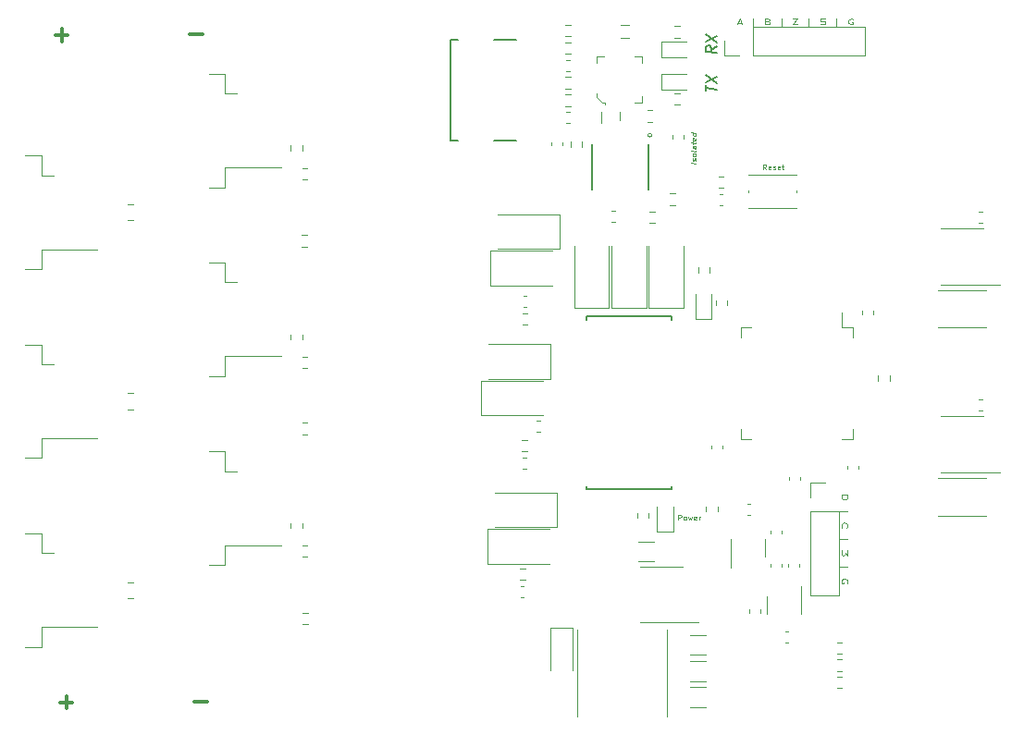
<source format=gbr>
%TF.GenerationSoftware,KiCad,Pcbnew,(5.1.8)-1*%
%TF.CreationDate,2021-01-30T00:08:38-08:00*%
%TF.ProjectId,MicroMotor,4d696372-6f4d-46f7-946f-722e6b696361,rev?*%
%TF.SameCoordinates,Original*%
%TF.FileFunction,Legend,Top*%
%TF.FilePolarity,Positive*%
%FSLAX46Y46*%
G04 Gerber Fmt 4.6, Leading zero omitted, Abs format (unit mm)*
G04 Created by KiCad (PCBNEW (5.1.8)-1) date 2021-01-30 00:08:38*
%MOMM*%
%LPD*%
G01*
G04 APERTURE LIST*
%ADD10C,0.300000*%
%ADD11C,0.100000*%
%ADD12C,0.120000*%
%ADD13C,0.150000*%
%ADD14C,0.152400*%
G04 APERTURE END LIST*
D10*
X113688571Y-125847142D02*
X114831428Y-125847142D01*
X114260000Y-126418571D02*
X114260000Y-125275714D01*
X126013571Y-125797142D02*
X127156428Y-125797142D01*
X125588571Y-64697142D02*
X126731428Y-64697142D01*
X113263571Y-64747142D02*
X114406428Y-64747142D01*
X113835000Y-65318571D02*
X113835000Y-64175714D01*
D11*
X171901190Y-76491071D02*
X171401190Y-76428571D01*
X171877380Y-76273809D02*
X171901190Y-76229166D01*
X171901190Y-76133928D01*
X171877380Y-76083333D01*
X171829761Y-76053571D01*
X171805952Y-76050595D01*
X171758333Y-76068452D01*
X171734523Y-76113095D01*
X171734523Y-76184523D01*
X171710714Y-76229166D01*
X171663095Y-76247023D01*
X171639285Y-76244047D01*
X171591666Y-76214285D01*
X171567857Y-76163690D01*
X171567857Y-76092261D01*
X171591666Y-76047619D01*
X171901190Y-75776785D02*
X171877380Y-75821428D01*
X171853571Y-75842261D01*
X171805952Y-75860119D01*
X171663095Y-75842261D01*
X171615476Y-75812500D01*
X171591666Y-75785714D01*
X171567857Y-75735119D01*
X171567857Y-75663690D01*
X171591666Y-75619047D01*
X171615476Y-75598214D01*
X171663095Y-75580357D01*
X171805952Y-75598214D01*
X171853571Y-75627976D01*
X171877380Y-75654761D01*
X171901190Y-75705357D01*
X171901190Y-75776785D01*
X171901190Y-75324404D02*
X171877380Y-75369047D01*
X171829761Y-75386904D01*
X171401190Y-75333333D01*
X171901190Y-74919642D02*
X171639285Y-74886904D01*
X171591666Y-74904761D01*
X171567857Y-74949404D01*
X171567857Y-75044642D01*
X171591666Y-75095238D01*
X171877380Y-74916666D02*
X171901190Y-74967261D01*
X171901190Y-75086309D01*
X171877380Y-75130952D01*
X171829761Y-75148809D01*
X171782142Y-75142857D01*
X171734523Y-75113095D01*
X171710714Y-75062500D01*
X171710714Y-74943452D01*
X171686904Y-74892857D01*
X171567857Y-74711309D02*
X171567857Y-74520833D01*
X171401190Y-74619047D02*
X171829761Y-74672619D01*
X171877380Y-74654761D01*
X171901190Y-74610119D01*
X171901190Y-74562500D01*
X171877380Y-74202380D02*
X171901190Y-74252976D01*
X171901190Y-74348214D01*
X171877380Y-74392857D01*
X171829761Y-74410714D01*
X171639285Y-74386904D01*
X171591666Y-74357142D01*
X171567857Y-74306547D01*
X171567857Y-74211309D01*
X171591666Y-74166666D01*
X171639285Y-74148809D01*
X171686904Y-74154761D01*
X171734523Y-74398809D01*
X171901190Y-73752976D02*
X171401190Y-73690476D01*
X171877380Y-73750000D02*
X171901190Y-73800595D01*
X171901190Y-73895833D01*
X171877380Y-73940476D01*
X171853571Y-73961309D01*
X171805952Y-73979166D01*
X171663095Y-73961309D01*
X171615476Y-73931547D01*
X171591666Y-73904761D01*
X171567857Y-73854166D01*
X171567857Y-73758928D01*
X171591666Y-73714285D01*
X178330952Y-77076190D02*
X178164285Y-76838095D01*
X178045238Y-77076190D02*
X178045238Y-76576190D01*
X178235714Y-76576190D01*
X178283333Y-76600000D01*
X178307142Y-76623809D01*
X178330952Y-76671428D01*
X178330952Y-76742857D01*
X178307142Y-76790476D01*
X178283333Y-76814285D01*
X178235714Y-76838095D01*
X178045238Y-76838095D01*
X178735714Y-77052380D02*
X178688095Y-77076190D01*
X178592857Y-77076190D01*
X178545238Y-77052380D01*
X178521428Y-77004761D01*
X178521428Y-76814285D01*
X178545238Y-76766666D01*
X178592857Y-76742857D01*
X178688095Y-76742857D01*
X178735714Y-76766666D01*
X178759523Y-76814285D01*
X178759523Y-76861904D01*
X178521428Y-76909523D01*
X178950000Y-77052380D02*
X178997619Y-77076190D01*
X179092857Y-77076190D01*
X179140476Y-77052380D01*
X179164285Y-77004761D01*
X179164285Y-76980952D01*
X179140476Y-76933333D01*
X179092857Y-76909523D01*
X179021428Y-76909523D01*
X178973809Y-76885714D01*
X178950000Y-76838095D01*
X178950000Y-76814285D01*
X178973809Y-76766666D01*
X179021428Y-76742857D01*
X179092857Y-76742857D01*
X179140476Y-76766666D01*
X179569047Y-77052380D02*
X179521428Y-77076190D01*
X179426190Y-77076190D01*
X179378571Y-77052380D01*
X179354761Y-77004761D01*
X179354761Y-76814285D01*
X179378571Y-76766666D01*
X179426190Y-76742857D01*
X179521428Y-76742857D01*
X179569047Y-76766666D01*
X179592857Y-76814285D01*
X179592857Y-76861904D01*
X179354761Y-76909523D01*
X179735714Y-76742857D02*
X179926190Y-76742857D01*
X179807142Y-76576190D02*
X179807142Y-77004761D01*
X179830952Y-77052380D01*
X179878571Y-77076190D01*
X179926190Y-77076190D01*
X185228809Y-106881190D02*
X185728809Y-106881190D01*
X185728809Y-107057380D01*
X185705000Y-107163095D01*
X185657380Y-107233571D01*
X185609761Y-107268809D01*
X185514523Y-107304047D01*
X185443095Y-107304047D01*
X185347857Y-107268809D01*
X185300238Y-107233571D01*
X185252619Y-107163095D01*
X185228809Y-107057380D01*
X185228809Y-106881190D01*
X185062142Y-108361190D02*
X185776428Y-108361190D01*
X185276428Y-109876428D02*
X185252619Y-109841190D01*
X185228809Y-109735476D01*
X185228809Y-109665000D01*
X185252619Y-109559285D01*
X185300238Y-109488809D01*
X185347857Y-109453571D01*
X185443095Y-109418333D01*
X185514523Y-109418333D01*
X185609761Y-109453571D01*
X185657380Y-109488809D01*
X185705000Y-109559285D01*
X185728809Y-109665000D01*
X185728809Y-109735476D01*
X185705000Y-109841190D01*
X185681190Y-109876428D01*
X185062142Y-110933571D02*
X185776428Y-110933571D01*
X185728809Y-111955476D02*
X185728809Y-112413571D01*
X185538333Y-112166904D01*
X185538333Y-112272619D01*
X185514523Y-112343095D01*
X185490714Y-112378333D01*
X185443095Y-112413571D01*
X185324047Y-112413571D01*
X185276428Y-112378333D01*
X185252619Y-112343095D01*
X185228809Y-112272619D01*
X185228809Y-112061190D01*
X185252619Y-111990714D01*
X185276428Y-111955476D01*
X185062142Y-113470714D02*
X185776428Y-113470714D01*
X185705000Y-114950714D02*
X185728809Y-114880238D01*
X185728809Y-114774523D01*
X185705000Y-114668809D01*
X185657380Y-114598333D01*
X185609761Y-114563095D01*
X185514523Y-114527857D01*
X185443095Y-114527857D01*
X185347857Y-114563095D01*
X185300238Y-114598333D01*
X185252619Y-114668809D01*
X185228809Y-114774523D01*
X185228809Y-114845000D01*
X185252619Y-114950714D01*
X185276428Y-114985952D01*
X185443095Y-114985952D01*
X185443095Y-114845000D01*
X170266904Y-109166190D02*
X170266904Y-108666190D01*
X170457380Y-108666190D01*
X170505000Y-108690000D01*
X170528809Y-108713809D01*
X170552619Y-108761428D01*
X170552619Y-108832857D01*
X170528809Y-108880476D01*
X170505000Y-108904285D01*
X170457380Y-108928095D01*
X170266904Y-108928095D01*
X170838333Y-109166190D02*
X170790714Y-109142380D01*
X170766904Y-109118571D01*
X170743095Y-109070952D01*
X170743095Y-108928095D01*
X170766904Y-108880476D01*
X170790714Y-108856666D01*
X170838333Y-108832857D01*
X170909761Y-108832857D01*
X170957380Y-108856666D01*
X170981190Y-108880476D01*
X171005000Y-108928095D01*
X171005000Y-109070952D01*
X170981190Y-109118571D01*
X170957380Y-109142380D01*
X170909761Y-109166190D01*
X170838333Y-109166190D01*
X171171666Y-108832857D02*
X171266904Y-109166190D01*
X171362142Y-108928095D01*
X171457380Y-109166190D01*
X171552619Y-108832857D01*
X171933571Y-109142380D02*
X171885952Y-109166190D01*
X171790714Y-109166190D01*
X171743095Y-109142380D01*
X171719285Y-109094761D01*
X171719285Y-108904285D01*
X171743095Y-108856666D01*
X171790714Y-108832857D01*
X171885952Y-108832857D01*
X171933571Y-108856666D01*
X171957380Y-108904285D01*
X171957380Y-108951904D01*
X171719285Y-108999523D01*
X172171666Y-109166190D02*
X172171666Y-108832857D01*
X172171666Y-108928095D02*
X172195476Y-108880476D01*
X172219285Y-108856666D01*
X172266904Y-108832857D01*
X172314523Y-108832857D01*
X175710952Y-63623333D02*
X176063333Y-63623333D01*
X175640476Y-63766190D02*
X175887142Y-63266190D01*
X176133809Y-63766190D01*
X177120476Y-63932857D02*
X177120476Y-63218571D01*
X178459523Y-63504285D02*
X178565238Y-63528095D01*
X178600476Y-63551904D01*
X178635714Y-63599523D01*
X178635714Y-63670952D01*
X178600476Y-63718571D01*
X178565238Y-63742380D01*
X178494761Y-63766190D01*
X178212857Y-63766190D01*
X178212857Y-63266190D01*
X178459523Y-63266190D01*
X178530000Y-63290000D01*
X178565238Y-63313809D01*
X178600476Y-63361428D01*
X178600476Y-63409047D01*
X178565238Y-63456666D01*
X178530000Y-63480476D01*
X178459523Y-63504285D01*
X178212857Y-63504285D01*
X179692857Y-63932857D02*
X179692857Y-63218571D01*
X180714761Y-63266190D02*
X181208095Y-63266190D01*
X180714761Y-63766190D01*
X181208095Y-63766190D01*
X182230000Y-63932857D02*
X182230000Y-63218571D01*
X183674761Y-63266190D02*
X183322380Y-63266190D01*
X183287142Y-63504285D01*
X183322380Y-63480476D01*
X183392857Y-63456666D01*
X183569047Y-63456666D01*
X183639523Y-63480476D01*
X183674761Y-63504285D01*
X183710000Y-63551904D01*
X183710000Y-63670952D01*
X183674761Y-63718571D01*
X183639523Y-63742380D01*
X183569047Y-63766190D01*
X183392857Y-63766190D01*
X183322380Y-63742380D01*
X183287142Y-63718571D01*
X184767142Y-63932857D02*
X184767142Y-63218571D01*
X186247142Y-63290000D02*
X186176666Y-63266190D01*
X186070952Y-63266190D01*
X185965238Y-63290000D01*
X185894761Y-63337619D01*
X185859523Y-63385238D01*
X185824285Y-63480476D01*
X185824285Y-63551904D01*
X185859523Y-63647142D01*
X185894761Y-63694761D01*
X185965238Y-63742380D01*
X186070952Y-63766190D01*
X186141428Y-63766190D01*
X186247142Y-63742380D01*
X186282380Y-63718571D01*
X186282380Y-63551904D01*
X186141428Y-63551904D01*
D12*
X167855278Y-73920000D02*
G75*
G03*
X167855278Y-73920000I-180278J0D01*
G01*
D13*
X172777380Y-69881889D02*
X172777380Y-69310461D01*
X173777380Y-69721175D02*
X172777380Y-69596175D01*
X172777380Y-69072366D02*
X173777380Y-68530699D01*
X172777380Y-68405699D02*
X173777380Y-69197366D01*
X173777380Y-65811651D02*
X173301190Y-66085461D01*
X173777380Y-66383080D02*
X172777380Y-66258080D01*
X172777380Y-65877127D01*
X172825000Y-65787842D01*
X172872619Y-65746175D01*
X172967857Y-65710461D01*
X173110714Y-65728318D01*
X173205952Y-65787842D01*
X173253571Y-65841413D01*
X173301190Y-65942604D01*
X173301190Y-66323556D01*
X172777380Y-65353318D02*
X173777380Y-64811651D01*
X172777380Y-64686651D02*
X173777380Y-65478318D01*
D14*
%TO.C,J1*%
X149398300Y-65222600D02*
X150119112Y-65222600D01*
X149398300Y-74417400D02*
X149398300Y-65222600D01*
X155440412Y-74417400D02*
X153392288Y-74417400D01*
X150119112Y-74417400D02*
X149398300Y-74417400D01*
X153392288Y-65222600D02*
X155440412Y-65222600D01*
D12*
%TO.C,J3*%
X174525000Y-66620000D02*
X174525000Y-65290000D01*
X175855000Y-66620000D02*
X174525000Y-66620000D01*
X177125000Y-66620000D02*
X177125000Y-63960000D01*
X177125000Y-63960000D02*
X187345000Y-63960000D01*
X177125000Y-66620000D02*
X187345000Y-66620000D01*
X187345000Y-66620000D02*
X187345000Y-63960000D01*
%TO.C,U2*%
X185265000Y-91530000D02*
X185265000Y-90190000D01*
X186215000Y-91530000D02*
X185265000Y-91530000D01*
X186215000Y-92480000D02*
X186215000Y-91530000D01*
X186215000Y-101750000D02*
X185265000Y-101750000D01*
X186215000Y-100800000D02*
X186215000Y-101750000D01*
X175995000Y-91530000D02*
X176945000Y-91530000D01*
X175995000Y-92480000D02*
X175995000Y-91530000D01*
X175995000Y-101750000D02*
X176945000Y-101750000D01*
X175995000Y-100800000D02*
X175995000Y-101750000D01*
%TO.C,R15*%
X136322258Y-111467500D02*
X135847742Y-111467500D01*
X136322258Y-112512500D02*
X135847742Y-112512500D01*
%TO.C,Q1*%
X111985000Y-112200000D02*
X113085000Y-112200000D01*
X111985000Y-110390000D02*
X111985000Y-112200000D01*
X110485000Y-110390000D02*
X111985000Y-110390000D01*
X111985000Y-118980000D02*
X117110000Y-118980000D01*
X111985000Y-120790000D02*
X111985000Y-118980000D01*
X110485000Y-120790000D02*
X111985000Y-120790000D01*
%TO.C,R21*%
X172082500Y-86002742D02*
X172082500Y-86477258D01*
X173127500Y-86002742D02*
X173127500Y-86477258D01*
%TO.C,D14*%
X173340000Y-90775000D02*
X173340000Y-88490000D01*
X171870000Y-90775000D02*
X173340000Y-90775000D01*
X171870000Y-88490000D02*
X171870000Y-90775000D01*
%TO.C,D13*%
X169790000Y-110225000D02*
X169790000Y-107940000D01*
X168320000Y-110225000D02*
X169790000Y-110225000D01*
X168320000Y-107940000D02*
X168320000Y-110225000D01*
D14*
%TO.C,U9*%
X169679300Y-90515200D02*
X161830700Y-90515200D01*
X161830700Y-90515200D02*
X161830700Y-90842860D01*
X161830700Y-106364800D02*
X169679300Y-106364800D01*
X169679300Y-106364800D02*
X169679300Y-106037140D01*
X169679300Y-90842860D02*
X169679300Y-90515200D01*
X161830700Y-106037140D02*
X161830700Y-106364800D01*
D12*
%TO.C,C27*%
X119873748Y-81725000D02*
X120396252Y-81725000D01*
X119873748Y-80255000D02*
X120396252Y-80255000D01*
%TO.C,D5*%
X152820000Y-113175000D02*
X158505000Y-113175000D01*
X152820000Y-110005000D02*
X152820000Y-113175000D01*
X158505000Y-110005000D02*
X152820000Y-110005000D01*
%TO.C,D2*%
X168690000Y-69755000D02*
X170975000Y-69755000D01*
X168690000Y-68285000D02*
X168690000Y-69755000D01*
X170975000Y-68285000D02*
X168690000Y-68285000D01*
%TO.C,R4*%
X169937742Y-71142500D02*
X170412258Y-71142500D01*
X169937742Y-70097500D02*
X170412258Y-70097500D01*
D14*
%TO.C,U3*%
X162396900Y-74737200D02*
X162396900Y-78902800D01*
X167553100Y-78902800D02*
X167553100Y-74737200D01*
D12*
%TO.C,C1*%
X158665000Y-74579420D02*
X158665000Y-74860580D01*
X159685000Y-74579420D02*
X159685000Y-74860580D01*
%TO.C,C2*%
X160034420Y-67010000D02*
X160315580Y-67010000D01*
X160034420Y-68030000D02*
X160315580Y-68030000D01*
%TO.C,C3*%
X160034420Y-71810000D02*
X160315580Y-71810000D01*
X160034420Y-72830000D02*
X160315580Y-72830000D01*
%TO.C,C4*%
X174345580Y-79305000D02*
X174064420Y-79305000D01*
X174345580Y-80325000D02*
X174064420Y-80325000D01*
%TO.C,C5*%
X170735000Y-73929420D02*
X170735000Y-74210580D01*
X169715000Y-73929420D02*
X169715000Y-74210580D01*
%TO.C,C6*%
X174340000Y-102349420D02*
X174340000Y-102630580D01*
X173320000Y-102349420D02*
X173320000Y-102630580D01*
%TO.C,C7*%
X188140000Y-90305580D02*
X188140000Y-90024420D01*
X187120000Y-90305580D02*
X187120000Y-90024420D01*
%TO.C,C8*%
X181440000Y-105199420D02*
X181440000Y-105480580D01*
X180420000Y-105199420D02*
X180420000Y-105480580D01*
%TO.C,C9*%
X185745000Y-104199420D02*
X185745000Y-104480580D01*
X186765000Y-104199420D02*
X186765000Y-104480580D01*
%TO.C,C10*%
X164470580Y-81900000D02*
X164189420Y-81900000D01*
X164470580Y-80880000D02*
X164189420Y-80880000D01*
%TO.C,C19*%
X156145580Y-116250000D02*
X155864420Y-116250000D01*
X156145580Y-115230000D02*
X155864420Y-115230000D01*
%TO.C,C20*%
X178745000Y-113149420D02*
X178745000Y-113430580D01*
X179765000Y-113149420D02*
X179765000Y-113430580D01*
%TO.C,C21*%
X156345580Y-104450000D02*
X156064420Y-104450000D01*
X156345580Y-103430000D02*
X156064420Y-103430000D01*
%TO.C,C22*%
X156395580Y-88630000D02*
X156114420Y-88630000D01*
X156395580Y-89650000D02*
X156114420Y-89650000D01*
%TO.C,C23*%
X178745000Y-110380580D02*
X178745000Y-110099420D01*
X179765000Y-110380580D02*
X179765000Y-110099420D01*
%TO.C,C24*%
X157595580Y-101050000D02*
X157314420Y-101050000D01*
X157595580Y-100030000D02*
X157314420Y-100030000D01*
%TO.C,C25*%
X119873748Y-114855000D02*
X120396252Y-114855000D01*
X119873748Y-116325000D02*
X120396252Y-116325000D01*
%TO.C,C26*%
X119873748Y-97555000D02*
X120396252Y-97555000D01*
X119873748Y-99025000D02*
X120396252Y-99025000D01*
%TO.C,D1*%
X170975000Y-65335000D02*
X168690000Y-65335000D01*
X168690000Y-65335000D02*
X168690000Y-66805000D01*
X168690000Y-66805000D02*
X170975000Y-66805000D01*
%TO.C,D4*%
X164170000Y-84090000D02*
X164170000Y-89775000D01*
X164170000Y-89775000D02*
X167340000Y-89775000D01*
X167340000Y-89775000D02*
X167340000Y-84090000D01*
%TO.C,D6*%
X159190000Y-106655000D02*
X153505000Y-106655000D01*
X159190000Y-109825000D02*
X159190000Y-106655000D01*
X153505000Y-109825000D02*
X159190000Y-109825000D01*
%TO.C,D7*%
X170740000Y-89775000D02*
X170740000Y-84090000D01*
X167570000Y-89775000D02*
X170740000Y-89775000D01*
X167570000Y-84090000D02*
X167570000Y-89775000D01*
%TO.C,D8*%
X152220000Y-99575000D02*
X157905000Y-99575000D01*
X152220000Y-96405000D02*
X152220000Y-99575000D01*
X157905000Y-96405000D02*
X152220000Y-96405000D01*
%TO.C,D9*%
X152905000Y-96225000D02*
X158590000Y-96225000D01*
X158590000Y-96225000D02*
X158590000Y-93055000D01*
X158590000Y-93055000D02*
X152905000Y-93055000D01*
%TO.C,D10*%
X160770000Y-84090000D02*
X160770000Y-89775000D01*
X160770000Y-89775000D02*
X163940000Y-89775000D01*
X163940000Y-89775000D02*
X163940000Y-84090000D01*
%TO.C,D11*%
X153070000Y-87675000D02*
X158755000Y-87675000D01*
X153070000Y-84505000D02*
X153070000Y-87675000D01*
X158755000Y-84505000D02*
X153070000Y-84505000D01*
%TO.C,D12*%
X153705000Y-84325000D02*
X159390000Y-84325000D01*
X159390000Y-84325000D02*
X159390000Y-81155000D01*
X159390000Y-81155000D02*
X153705000Y-81155000D01*
%TO.C,FB1*%
X165774622Y-63860000D02*
X164975378Y-63860000D01*
X165774622Y-64980000D02*
X164975378Y-64980000D01*
%TO.C,J2*%
X182350000Y-105760000D02*
X183680000Y-105760000D01*
X182350000Y-107090000D02*
X182350000Y-105760000D01*
X182350000Y-108360000D02*
X185010000Y-108360000D01*
X185010000Y-108360000D02*
X185010000Y-116040000D01*
X182350000Y-108360000D02*
X182350000Y-116040000D01*
X182350000Y-116040000D02*
X185010000Y-116040000D01*
%TO.C,R1*%
X159937742Y-69642500D02*
X160412258Y-69642500D01*
X159937742Y-68597500D02*
X160412258Y-68597500D01*
%TO.C,R2*%
X160412258Y-71242500D02*
X159937742Y-71242500D01*
X160412258Y-70197500D02*
X159937742Y-70197500D01*
%TO.C,R3*%
X169937742Y-63947500D02*
X170412258Y-63947500D01*
X169937742Y-64992500D02*
X170412258Y-64992500D01*
%TO.C,R5*%
X173967742Y-77692500D02*
X174442258Y-77692500D01*
X173967742Y-78737500D02*
X174442258Y-78737500D01*
%TO.C,R6*%
X189602500Y-96402258D02*
X189602500Y-95927742D01*
X188557500Y-96402258D02*
X188557500Y-95927742D01*
%TO.C,R9*%
X174752500Y-89027742D02*
X174752500Y-89502258D01*
X173707500Y-89027742D02*
X173707500Y-89502258D01*
%TO.C,R10*%
X172832500Y-108377258D02*
X172832500Y-107902742D01*
X173877500Y-108377258D02*
X173877500Y-107902742D01*
%TO.C,R11*%
X136322258Y-101312500D02*
X135847742Y-101312500D01*
X136322258Y-100267500D02*
X135847742Y-100267500D01*
%TO.C,R12*%
X136322258Y-95262500D02*
X135847742Y-95262500D01*
X136322258Y-94217500D02*
X135847742Y-94217500D01*
%TO.C,R13*%
X136322258Y-77962500D02*
X135847742Y-77962500D01*
X136322258Y-76917500D02*
X135847742Y-76917500D01*
%TO.C,R14*%
X136272258Y-83067500D02*
X135797742Y-83067500D01*
X136272258Y-84112500D02*
X135797742Y-84112500D01*
%TO.C,R16*%
X136347258Y-118712500D02*
X135872742Y-118712500D01*
X136347258Y-117667500D02*
X135872742Y-117667500D01*
%TO.C,R17*%
X135857500Y-109927258D02*
X135857500Y-109452742D01*
X134812500Y-109927258D02*
X134812500Y-109452742D01*
%TO.C,R18*%
X134812500Y-92627258D02*
X134812500Y-92152742D01*
X135857500Y-92627258D02*
X135857500Y-92152742D01*
%TO.C,R19*%
X134812500Y-75327258D02*
X134812500Y-74852742D01*
X135857500Y-75327258D02*
X135857500Y-74852742D01*
%TO.C,SW1*%
X176705000Y-79115000D02*
X176705000Y-79015000D01*
X181105000Y-77515000D02*
X176705000Y-77515000D01*
X176705000Y-80615000D02*
X181105000Y-80615000D01*
X181105000Y-79115000D02*
X181105000Y-79015000D01*
D11*
%TO.C,U1*%
X163575000Y-70920000D02*
X163575000Y-71120000D01*
X163275000Y-70920000D02*
X163575000Y-70920000D01*
X162775000Y-70420000D02*
X163275000Y-70920000D01*
X162775000Y-70120000D02*
X162775000Y-70420000D01*
X162775000Y-66720000D02*
X163475000Y-66720000D01*
X162775000Y-67320000D02*
X162775000Y-66720000D01*
X166975000Y-70920000D02*
X166975000Y-70320000D01*
X166275000Y-70920000D02*
X166975000Y-70920000D01*
X166975000Y-66720000D02*
X166275000Y-66720000D01*
X166975000Y-67320000D02*
X166975000Y-66720000D01*
D12*
%TO.C,U10*%
X175095000Y-111740000D02*
X175095000Y-113540000D01*
X175095000Y-111740000D02*
X175095000Y-110940000D01*
X178215000Y-111740000D02*
X178215000Y-112540000D01*
X178215000Y-111740000D02*
X178215000Y-110940000D01*
%TO.C,R22*%
X161447500Y-75007258D02*
X161447500Y-74532742D01*
X160402500Y-75007258D02*
X160402500Y-74532742D01*
%TO.C,R23*%
X167912258Y-72692500D02*
X167437742Y-72692500D01*
X167912258Y-71647500D02*
X167437742Y-71647500D01*
%TO.C,R24*%
X167642742Y-81962500D02*
X168117258Y-81962500D01*
X167642742Y-80917500D02*
X168117258Y-80917500D01*
%TO.C,R25*%
X169967258Y-80312500D02*
X169492742Y-80312500D01*
X169967258Y-79267500D02*
X169492742Y-79267500D01*
%TO.C,U11*%
X164935000Y-71792500D02*
X164935000Y-72567500D01*
X163235000Y-72817500D02*
X163235000Y-71792500D01*
%TO.C,R26*%
X159937742Y-66442500D02*
X160412258Y-66442500D01*
X159937742Y-65397500D02*
X160412258Y-65397500D01*
%TO.C,R27*%
X159937742Y-63797500D02*
X160412258Y-63797500D01*
X159937742Y-64842500D02*
X160412258Y-64842500D01*
%TO.C,R28*%
X184792742Y-121942500D02*
X185267258Y-121942500D01*
X184792742Y-122987500D02*
X185267258Y-122987500D01*
%TO.C,R29*%
X184792742Y-120367500D02*
X185267258Y-120367500D01*
X184792742Y-121412500D02*
X185267258Y-121412500D01*
%TO.C,R30*%
X184792742Y-124562500D02*
X185267258Y-124562500D01*
X184792742Y-123517500D02*
X185267258Y-123517500D01*
%TO.C,C12*%
X172816252Y-121500000D02*
X171393748Y-121500000D01*
X172816252Y-119680000D02*
X171393748Y-119680000D01*
%TO.C,C13*%
X172816252Y-122080000D02*
X171393748Y-122080000D01*
X172816252Y-123900000D02*
X171393748Y-123900000D01*
%TO.C,C16*%
X172816252Y-126300000D02*
X171393748Y-126300000D01*
X172816252Y-124480000D02*
X171393748Y-124480000D01*
%TO.C,C17*%
X176895580Y-108725000D02*
X176614420Y-108725000D01*
X176895580Y-107705000D02*
X176614420Y-107705000D01*
%TO.C,C18*%
X198070580Y-80930000D02*
X197789420Y-80930000D01*
X198070580Y-81950000D02*
X197789420Y-81950000D01*
%TO.C,C29*%
X198070580Y-99150000D02*
X197789420Y-99150000D01*
X198070580Y-98130000D02*
X197789420Y-98130000D01*
%TO.C,D3*%
X160580000Y-119040000D02*
X158580000Y-119040000D01*
X158580000Y-119040000D02*
X158580000Y-122940000D01*
X160580000Y-119040000D02*
X160580000Y-122940000D01*
%TO.C,L1*%
X169205000Y-119190000D02*
X169205000Y-127190000D01*
X161005000Y-119190000D02*
X161005000Y-127190000D01*
%TO.C,R7*%
X156442258Y-101817500D02*
X155967742Y-101817500D01*
X156442258Y-102862500D02*
X155967742Y-102862500D01*
%TO.C,R8*%
X156242258Y-113617500D02*
X155767742Y-113617500D01*
X156242258Y-114662500D02*
X155767742Y-114662500D01*
%TO.C,R31*%
X156492258Y-91262500D02*
X156017742Y-91262500D01*
X156492258Y-90217500D02*
X156017742Y-90217500D01*
%TO.C,R32*%
X166532500Y-108977258D02*
X166532500Y-108502742D01*
X167577500Y-108977258D02*
X167577500Y-108502742D01*
%TO.C,R33*%
X198407064Y-108750000D02*
X194052936Y-108750000D01*
X198407064Y-105330000D02*
X194052936Y-105330000D01*
%TO.C,R34*%
X198407064Y-88130000D02*
X194052936Y-88130000D01*
X198407064Y-91550000D02*
X194052936Y-91550000D01*
%TO.C,U4*%
X168705000Y-113430000D02*
X166755000Y-113430000D01*
X168705000Y-113430000D02*
X170655000Y-113430000D01*
X168705000Y-118550000D02*
X166755000Y-118550000D01*
X168705000Y-118550000D02*
X172155000Y-118550000D01*
%TO.C,U5*%
X196230000Y-99680000D02*
X194280000Y-99680000D01*
X196230000Y-99680000D02*
X198180000Y-99680000D01*
X196230000Y-104800000D02*
X194280000Y-104800000D01*
X196230000Y-104800000D02*
X199680000Y-104800000D01*
%TO.C,U6*%
X196230000Y-87600000D02*
X199680000Y-87600000D01*
X196230000Y-87600000D02*
X194280000Y-87600000D01*
X196230000Y-82480000D02*
X198180000Y-82480000D01*
X196230000Y-82480000D02*
X194280000Y-82480000D01*
%TO.C,Q2*%
X128785000Y-104700000D02*
X129885000Y-104700000D01*
X128785000Y-102890000D02*
X128785000Y-104700000D01*
X127285000Y-102890000D02*
X128785000Y-102890000D01*
X128785000Y-111480000D02*
X133910000Y-111480000D01*
X128785000Y-113290000D02*
X128785000Y-111480000D01*
X127285000Y-113290000D02*
X128785000Y-113290000D01*
%TO.C,Q3*%
X111985000Y-94900000D02*
X113085000Y-94900000D01*
X111985000Y-93090000D02*
X111985000Y-94900000D01*
X110485000Y-93090000D02*
X111985000Y-93090000D01*
X111985000Y-101680000D02*
X117110000Y-101680000D01*
X111985000Y-103490000D02*
X111985000Y-101680000D01*
X110485000Y-103490000D02*
X111985000Y-103490000D01*
%TO.C,Q4*%
X128785000Y-87400000D02*
X129885000Y-87400000D01*
X128785000Y-85590000D02*
X128785000Y-87400000D01*
X127285000Y-85590000D02*
X128785000Y-85590000D01*
X128785000Y-94180000D02*
X133910000Y-94180000D01*
X128785000Y-95990000D02*
X128785000Y-94180000D01*
X127285000Y-95990000D02*
X128785000Y-95990000D01*
%TO.C,Q5*%
X110485000Y-86190000D02*
X111985000Y-86190000D01*
X111985000Y-86190000D02*
X111985000Y-84380000D01*
X111985000Y-84380000D02*
X117110000Y-84380000D01*
X110485000Y-75790000D02*
X111985000Y-75790000D01*
X111985000Y-75790000D02*
X111985000Y-77600000D01*
X111985000Y-77600000D02*
X113085000Y-77600000D01*
%TO.C,Q6*%
X127285000Y-78690000D02*
X128785000Y-78690000D01*
X128785000Y-78690000D02*
X128785000Y-76880000D01*
X128785000Y-76880000D02*
X133910000Y-76880000D01*
X127285000Y-68290000D02*
X128785000Y-68290000D01*
X128785000Y-68290000D02*
X128785000Y-70100000D01*
X128785000Y-70100000D02*
X129885000Y-70100000D01*
%TO.C,C14*%
X181340000Y-113149420D02*
X181340000Y-113430580D01*
X180320000Y-113149420D02*
X180320000Y-113430580D01*
%TO.C,C15*%
X176770000Y-117374420D02*
X176770000Y-117655580D01*
X177790000Y-117374420D02*
X177790000Y-117655580D01*
%TO.C,C31*%
X180039420Y-119380000D02*
X180320580Y-119380000D01*
X180039420Y-120400000D02*
X180320580Y-120400000D01*
%TO.C,U7*%
X178394999Y-116990001D02*
X178394999Y-117790001D01*
X178394999Y-116990001D02*
X178394999Y-116190001D01*
X181514999Y-116990001D02*
X181514999Y-117790001D01*
X181514999Y-116990001D02*
X181514999Y-115190001D01*
%TO.C,C11*%
X166618748Y-112950000D02*
X168041252Y-112950000D01*
X166618748Y-111130000D02*
X168041252Y-111130000D01*
%TD*%
M02*

</source>
